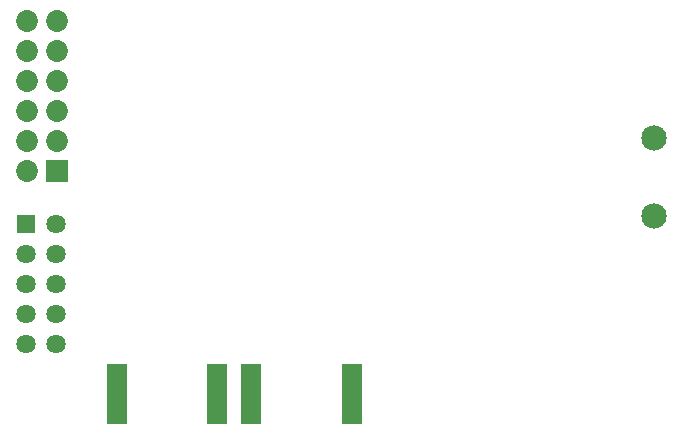
<source format=gbs>
G04*
G04 #@! TF.GenerationSoftware,Altium Limited,Altium Designer,19.1.7 (138)*
G04*
G04 Layer_Color=16711935*
%FSLAX44Y44*%
%MOMM*%
G71*
G01*
G75*
%ADD74R,1.8032X5.1032*%
%ADD86C,1.6282*%
%ADD87R,1.6282X1.6282*%
%ADD88C,1.8532*%
%ADD89R,1.8532X1.8532*%
%ADD90C,2.1532*%
D74*
X207250Y42250D02*
D03*
X292250D02*
D03*
X93250Y43000D02*
D03*
X178250D02*
D03*
D86*
X41650Y84900D02*
D03*
X16250D02*
D03*
X41650Y110300D02*
D03*
X16250D02*
D03*
X41650Y135700D02*
D03*
X16250D02*
D03*
X41650Y161100D02*
D03*
X16250D02*
D03*
X41650Y186500D02*
D03*
D87*
X16250D02*
D03*
D88*
X17600Y358750D02*
D03*
X43000D02*
D03*
X17600Y333350D02*
D03*
X43000D02*
D03*
X17600Y307950D02*
D03*
X43000D02*
D03*
X17600Y282550D02*
D03*
X43000D02*
D03*
X17600Y257150D02*
D03*
X43000D02*
D03*
X17600Y231750D02*
D03*
D89*
X43000D02*
D03*
D90*
X547950Y193000D02*
D03*
Y259000D02*
D03*
M02*

</source>
